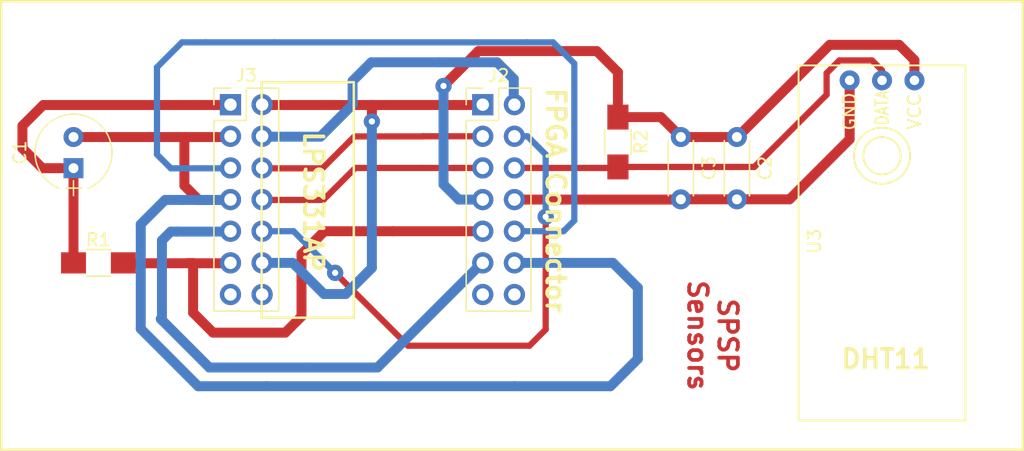
<source format=kicad_pcb>
(kicad_pcb (version 4) (host pcbnew 4.0.7-e2-6376~58~ubuntu14.04.1)

  (general
    (links 25)
    (no_connects 2)
    (area 118.899999 72.649999 201.100001 108.850001)
    (thickness 1.6)
    (drawings 12)
    (tracks 138)
    (zones 0)
    (modules 8)
    (nets 17)
  )

  (page User 140.005 101.6)
  (title_block
    (title "Sensors board")
    (date 2018-01-29)
    (rev v1.2)
    (company "Łukasz Hejnak")
    (comment 1 "Pressure/temperature, humidity and PM10 sensor board")
  )

  (layers
    (0 F.Cu signal)
    (31 B.Cu signal)
    (32 B.Adhes user)
    (33 F.Adhes user)
    (34 B.Paste user)
    (35 F.Paste user)
    (36 B.SilkS user)
    (37 F.SilkS user)
    (38 B.Mask user)
    (39 F.Mask user)
    (40 Dwgs.User user)
    (41 Cmts.User user)
    (42 Eco1.User user)
    (43 Eco2.User user)
    (44 Edge.Cuts user)
    (45 Margin user)
    (46 B.CrtYd user)
    (47 F.CrtYd user)
    (48 B.Fab user)
    (49 F.Fab user)
  )

  (setup
    (last_trace_width 0.8)
    (trace_clearance 0.2)
    (zone_clearance 0.508)
    (zone_45_only no)
    (trace_min 0.4)
    (segment_width 0.2)
    (edge_width 0.1)
    (via_size 1.3)
    (via_drill 0.5)
    (via_min_size 0.4)
    (via_min_drill 0.3)
    (uvia_size 0.15)
    (uvia_drill 0.1)
    (uvias_allowed no)
    (uvia_min_size 0.1)
    (uvia_min_drill 0.1)
    (pcb_text_width 0.3)
    (pcb_text_size 1.5 1.5)
    (mod_edge_width 0.15)
    (mod_text_size 1 1)
    (mod_text_width 0.15)
    (pad_size 1.5 1.5)
    (pad_drill 0.6)
    (pad_to_mask_clearance 0)
    (aux_axis_origin 0 0)
    (visible_elements FFFFFF7F)
    (pcbplotparams
      (layerselection 0x00030_80000001)
      (usegerberextensions false)
      (excludeedgelayer true)
      (linewidth 0.100000)
      (plotframeref false)
      (viasonmask false)
      (mode 1)
      (useauxorigin false)
      (hpglpennumber 1)
      (hpglpenspeed 20)
      (hpglpendiameter 15)
      (hpglpenoverlay 2)
      (psnegative false)
      (psa4output false)
      (plotreference true)
      (plotvalue true)
      (plotinvisibletext false)
      (padsonsilk false)
      (subtractmaskfromsilk false)
      (outputformat 1)
      (mirror false)
      (drillshape 1)
      (scaleselection 1)
      (outputdirectory ""))
  )

  (net 0 "")
  (net 1 "Net-(C1-Pad1)")
  (net 2 AGND)
  (net 3 /GP2Y-Vcc)
  (net 4 /GP2Y-V0)
  (net 5 /GP2Y-LED)
  (net 6 /LPS-SDO)
  (net 7 DGND)
  (net 8 /DHT-DATA)
  (net 9 /LPS-Vin)
  (net 10 /LPS-SDA)
  (net 11 /LPS-SCL)
  (net 12 /DHT-Vcc)
  (net 13 "Net-(J2-Pad13)")
  (net 14 "Net-(J2-Pad14)")
  (net 15 "Net-(J3-Pad13)")
  (net 16 "Net-(J3-Pad14)")

  (net_class Default "This is the default net class."
    (clearance 0.2)
    (trace_width 0.8)
    (via_dia 1.3)
    (via_drill 0.5)
    (uvia_dia 0.15)
    (uvia_drill 0.1)
    (add_net /DHT-Vcc)
    (add_net /GP2Y-V0)
    (add_net /GP2Y-Vcc)
    (add_net /LPS-Vin)
    (add_net AGND)
    (add_net DGND)
    (add_net "Net-(C1-Pad1)")
    (add_net "Net-(J2-Pad13)")
    (add_net "Net-(J2-Pad14)")
    (add_net "Net-(J3-Pad13)")
    (add_net "Net-(J3-Pad14)")
  )

  (net_class Digital ""
    (clearance 0.2)
    (trace_width 0.5)
    (via_dia 1.3)
    (via_drill 0.5)
    (uvia_dia 0.15)
    (uvia_drill 0.1)
    (add_net /DHT-DATA)
    (add_net /GP2Y-LED)
    (add_net /LPS-SCL)
    (add_net /LPS-SDA)
    (add_net /LPS-SDO)
  )

  (module Capacitors_THT:CP_Radial_Tantal_D6.0mm_P2.50mm (layer F.Cu) (tedit 597C781B) (tstamp 5A6CFD4E)
    (at 33.55 30.55 90)
    (descr "CP, Radial_Tantal series, Radial, pin pitch=2.50mm, , diameter=6.0mm, Tantal Electrolytic Capacitor, http://cdn-reichelt.de/documents/datenblatt/B300/TANTAL-TB-Serie%23.pdf")
    (tags "CP Radial_Tantal series Radial pin pitch 2.50mm  diameter 6.0mm Tantal Electrolytic Capacitor")
    (path /5A5DD67B/5A5E1772)
    (fp_text reference C1 (at 1.25 -4.31 90) (layer F.SilkS)
      (effects (font (size 1 1) (thickness 0.15)))
    )
    (fp_text value 220uF (at 1.25 4.31 90) (layer F.Fab)
      (effects (font (size 1 1) (thickness 0.15)))
    )
    (fp_arc (start 1.25 0) (end -1.605819 -1.18) (angle 135.1) (layer F.SilkS) (width 0.12))
    (fp_arc (start 1.25 0) (end -1.605819 1.18) (angle -135.1) (layer F.SilkS) (width 0.12))
    (fp_arc (start 1.25 0) (end 4.105819 -1.18) (angle 44.9) (layer F.SilkS) (width 0.12))
    (fp_circle (center 1.25 0) (end 4.25 0) (layer F.Fab) (width 0.1))
    (fp_line (start -2.2 0) (end -1 0) (layer F.Fab) (width 0.1))
    (fp_line (start -1.6 -0.65) (end -1.6 0.65) (layer F.Fab) (width 0.1))
    (fp_line (start -2.2 0) (end -1 0) (layer F.SilkS) (width 0.12))
    (fp_line (start -1.6 -0.65) (end -1.6 0.65) (layer F.SilkS) (width 0.12))
    (fp_line (start -2.1 -3.35) (end -2.1 3.35) (layer F.CrtYd) (width 0.05))
    (fp_line (start -2.1 3.35) (end 4.6 3.35) (layer F.CrtYd) (width 0.05))
    (fp_line (start 4.6 3.35) (end 4.6 -3.35) (layer F.CrtYd) (width 0.05))
    (fp_line (start 4.6 -3.35) (end -2.1 -3.35) (layer F.CrtYd) (width 0.05))
    (fp_text user %R (at 1.25 0 90) (layer F.Fab)
      (effects (font (size 1 1) (thickness 0.15)))
    )
    (pad 1 thru_hole rect (at 0 0 90) (size 1.6 1.6) (drill 0.8) (layers *.Cu *.Mask)
      (net 1 "Net-(C1-Pad1)"))
    (pad 2 thru_hole circle (at 2.5 0 90) (size 1.6 1.6) (drill 0.8) (layers *.Cu *.Mask)
      (net 2 AGND))
    (model ${KISYS3DMOD}/Capacitors_THT.3dshapes/CP_Radial_Tantal_D6.0mm_P2.50mm.wrl
      (at (xyz 0 0 0))
      (scale (xyz 1 1 1))
      (rotate (xyz 0 0 0))
    )
  )

  (module Pin_Headers:Pin_Header_Straight_2x07_Pitch2.54mm (layer F.Cu) (tedit 59650532) (tstamp 5A6CFE00)
    (at 66.4 25.45)
    (descr "Through hole straight pin header, 2x07, 2.54mm pitch, double rows")
    (tags "Through hole pin header THT 2x07 2.54mm double row")
    (path /5A5DD67B/5A5E1AE0)
    (fp_text reference J2 (at 1.27 -2.33) (layer F.SilkS)
      (effects (font (size 1 1) (thickness 0.15)))
    )
    (fp_text value Conn_02x07_Odd_Even (at 1.27 17.57) (layer F.Fab)
      (effects (font (size 1 1) (thickness 0.15)))
    )
    (fp_line (start 0 -1.27) (end 3.81 -1.27) (layer F.Fab) (width 0.1))
    (fp_line (start 3.81 -1.27) (end 3.81 16.51) (layer F.Fab) (width 0.1))
    (fp_line (start 3.81 16.51) (end -1.27 16.51) (layer F.Fab) (width 0.1))
    (fp_line (start -1.27 16.51) (end -1.27 0) (layer F.Fab) (width 0.1))
    (fp_line (start -1.27 0) (end 0 -1.27) (layer F.Fab) (width 0.1))
    (fp_line (start -1.33 16.57) (end 3.87 16.57) (layer F.SilkS) (width 0.12))
    (fp_line (start -1.33 1.27) (end -1.33 16.57) (layer F.SilkS) (width 0.12))
    (fp_line (start 3.87 -1.33) (end 3.87 16.57) (layer F.SilkS) (width 0.12))
    (fp_line (start -1.33 1.27) (end 1.27 1.27) (layer F.SilkS) (width 0.12))
    (fp_line (start 1.27 1.27) (end 1.27 -1.33) (layer F.SilkS) (width 0.12))
    (fp_line (start 1.27 -1.33) (end 3.87 -1.33) (layer F.SilkS) (width 0.12))
    (fp_line (start -1.33 0) (end -1.33 -1.33) (layer F.SilkS) (width 0.12))
    (fp_line (start -1.33 -1.33) (end 0 -1.33) (layer F.SilkS) (width 0.12))
    (fp_line (start -1.8 -1.8) (end -1.8 17.05) (layer F.CrtYd) (width 0.05))
    (fp_line (start -1.8 17.05) (end 4.35 17.05) (layer F.CrtYd) (width 0.05))
    (fp_line (start 4.35 17.05) (end 4.35 -1.8) (layer F.CrtYd) (width 0.05))
    (fp_line (start 4.35 -1.8) (end -1.8 -1.8) (layer F.CrtYd) (width 0.05))
    (fp_text user %R (at 1.27 7.62 90) (layer F.Fab)
      (effects (font (size 1 1) (thickness 0.15)))
    )
    (pad 1 thru_hole rect (at 0 0) (size 1.7 1.7) (drill 1) (layers *.Cu *.Mask)
      (net 9 /LPS-Vin))
    (pad 2 thru_hole oval (at 2.54 0) (size 1.7 1.7) (drill 1) (layers *.Cu *.Mask)
      (net 7 DGND))
    (pad 3 thru_hole oval (at 0 2.54) (size 1.7 1.7) (drill 1) (layers *.Cu *.Mask)
      (net 10 /LPS-SDA))
    (pad 4 thru_hole oval (at 2.54 2.54) (size 1.7 1.7) (drill 1) (layers *.Cu *.Mask)
      (net 6 /LPS-SDO))
    (pad 5 thru_hole oval (at 0 5.08) (size 1.7 1.7) (drill 1) (layers *.Cu *.Mask)
      (net 11 /LPS-SCL))
    (pad 6 thru_hole oval (at 2.54 5.08) (size 1.7 1.7) (drill 1) (layers *.Cu *.Mask)
      (net 8 /DHT-DATA))
    (pad 7 thru_hole oval (at 0 7.62) (size 1.7 1.7) (drill 1) (layers *.Cu *.Mask)
      (net 12 /DHT-Vcc))
    (pad 8 thru_hole oval (at 2.54 7.62) (size 1.7 1.7) (drill 1) (layers *.Cu *.Mask)
      (net 7 DGND))
    (pad 9 thru_hole oval (at 0 10.16) (size 1.7 1.7) (drill 1) (layers *.Cu *.Mask)
      (net 3 /GP2Y-Vcc))
    (pad 10 thru_hole oval (at 2.54 10.16) (size 1.7 1.7) (drill 1) (layers *.Cu *.Mask)
      (net 5 /GP2Y-LED))
    (pad 11 thru_hole oval (at 0 12.7) (size 1.7 1.7) (drill 1) (layers *.Cu *.Mask)
      (net 4 /GP2Y-V0))
    (pad 12 thru_hole oval (at 2.54 12.7) (size 1.7 1.7) (drill 1) (layers *.Cu *.Mask)
      (net 2 AGND))
    (pad 13 thru_hole oval (at 0 15.24) (size 1.7 1.7) (drill 1) (layers *.Cu *.Mask)
      (net 13 "Net-(J2-Pad13)"))
    (pad 14 thru_hole oval (at 2.54 15.24) (size 1.7 1.7) (drill 1) (layers *.Cu *.Mask)
      (net 14 "Net-(J2-Pad14)"))
    (model ${KISYS3DMOD}/Pin_Headers.3dshapes/Pin_Header_Straight_2x07_Pitch2.54mm.wrl
      (at (xyz 0 0 0))
      (scale (xyz 1 1 1))
      (rotate (xyz 0 0 0))
    )
  )

  (module Pin_Headers:Pin_Header_Straight_2x07_Pitch2.54mm (layer F.Cu) (tedit 59650532) (tstamp 5A6CFE12)
    (at 46.15 25.45)
    (descr "Through hole straight pin header, 2x07, 2.54mm pitch, double rows")
    (tags "Through hole pin header THT 2x07 2.54mm double row")
    (path /5A5DD67B/5A6E0A78)
    (fp_text reference J3 (at 1.27 -2.33) (layer F.SilkS)
      (effects (font (size 1 1) (thickness 0.15)))
    )
    (fp_text value Conn_02x07_Odd_Even (at 1.27 17.57) (layer F.Fab)
      (effects (font (size 1 1) (thickness 0.15)))
    )
    (fp_line (start 0 -1.27) (end 3.81 -1.27) (layer F.Fab) (width 0.1))
    (fp_line (start 3.81 -1.27) (end 3.81 16.51) (layer F.Fab) (width 0.1))
    (fp_line (start 3.81 16.51) (end -1.27 16.51) (layer F.Fab) (width 0.1))
    (fp_line (start -1.27 16.51) (end -1.27 0) (layer F.Fab) (width 0.1))
    (fp_line (start -1.27 0) (end 0 -1.27) (layer F.Fab) (width 0.1))
    (fp_line (start -1.33 16.57) (end 3.87 16.57) (layer F.SilkS) (width 0.12))
    (fp_line (start -1.33 1.27) (end -1.33 16.57) (layer F.SilkS) (width 0.12))
    (fp_line (start 3.87 -1.33) (end 3.87 16.57) (layer F.SilkS) (width 0.12))
    (fp_line (start -1.33 1.27) (end 1.27 1.27) (layer F.SilkS) (width 0.12))
    (fp_line (start 1.27 1.27) (end 1.27 -1.33) (layer F.SilkS) (width 0.12))
    (fp_line (start 1.27 -1.33) (end 3.87 -1.33) (layer F.SilkS) (width 0.12))
    (fp_line (start -1.33 0) (end -1.33 -1.33) (layer F.SilkS) (width 0.12))
    (fp_line (start -1.33 -1.33) (end 0 -1.33) (layer F.SilkS) (width 0.12))
    (fp_line (start -1.8 -1.8) (end -1.8 17.05) (layer F.CrtYd) (width 0.05))
    (fp_line (start -1.8 17.05) (end 4.35 17.05) (layer F.CrtYd) (width 0.05))
    (fp_line (start 4.35 17.05) (end 4.35 -1.8) (layer F.CrtYd) (width 0.05))
    (fp_line (start 4.35 -1.8) (end -1.8 -1.8) (layer F.CrtYd) (width 0.05))
    (fp_text user %R (at 1.27 7.62 90) (layer F.Fab)
      (effects (font (size 1 1) (thickness 0.15)))
    )
    (pad 1 thru_hole rect (at 0 0) (size 1.7 1.7) (drill 1) (layers *.Cu *.Mask)
      (net 1 "Net-(C1-Pad1)"))
    (pad 2 thru_hole oval (at 2.54 0) (size 1.7 1.7) (drill 1) (layers *.Cu *.Mask)
      (net 9 /LPS-Vin))
    (pad 3 thru_hole oval (at 0 2.54) (size 1.7 1.7) (drill 1) (layers *.Cu *.Mask)
      (net 2 AGND))
    (pad 4 thru_hole oval (at 2.54 2.54) (size 1.7 1.7) (drill 1) (layers *.Cu *.Mask)
      (net 7 DGND))
    (pad 5 thru_hole oval (at 0 5.08) (size 1.7 1.7) (drill 1) (layers *.Cu *.Mask)
      (net 5 /GP2Y-LED))
    (pad 6 thru_hole oval (at 2.54 5.08) (size 1.7 1.7) (drill 1) (layers *.Cu *.Mask)
      (net 10 /LPS-SDA))
    (pad 7 thru_hole oval (at 0 7.62) (size 1.7 1.7) (drill 1) (layers *.Cu *.Mask)
      (net 2 AGND))
    (pad 8 thru_hole oval (at 2.54 7.62) (size 1.7 1.7) (drill 1) (layers *.Cu *.Mask)
      (net 11 /LPS-SCL))
    (pad 9 thru_hole oval (at 0 10.16) (size 1.7 1.7) (drill 1) (layers *.Cu *.Mask)
      (net 4 /GP2Y-V0))
    (pad 10 thru_hole oval (at 2.54 10.16) (size 1.7 1.7) (drill 1) (layers *.Cu *.Mask)
      (net 6 /LPS-SDO))
    (pad 11 thru_hole oval (at 0 12.7) (size 1.7 1.7) (drill 1) (layers *.Cu *.Mask)
      (net 3 /GP2Y-Vcc))
    (pad 12 thru_hole oval (at 2.54 12.7) (size 1.7 1.7) (drill 1) (layers *.Cu *.Mask)
      (net 9 /LPS-Vin))
    (pad 13 thru_hole oval (at 0 15.24) (size 1.7 1.7) (drill 1) (layers *.Cu *.Mask)
      (net 15 "Net-(J3-Pad13)"))
    (pad 14 thru_hole oval (at 2.54 15.24) (size 1.7 1.7) (drill 1) (layers *.Cu *.Mask)
      (net 16 "Net-(J3-Pad14)"))
    (model ${KISYS3DMOD}/Pin_Headers.3dshapes/Pin_Header_Straight_2x07_Pitch2.54mm.wrl
      (at (xyz 0 0 0))
      (scale (xyz 1 1 1))
      (rotate (xyz 0 0 0))
    )
  )

  (module Resistors_SMD:R_1206_HandSoldering (layer F.Cu) (tedit 58E0A804) (tstamp 5A6CFE2C)
    (at 35.55 38.15)
    (descr "Resistor SMD 1206, hand soldering")
    (tags "resistor 1206")
    (path /5A5DD67B/5A5E1818)
    (attr smd)
    (fp_text reference R1 (at 0 -1.85) (layer F.SilkS)
      (effects (font (size 1 1) (thickness 0.15)))
    )
    (fp_text value 150 (at 0 1.9) (layer F.Fab)
      (effects (font (size 1 1) (thickness 0.15)))
    )
    (fp_text user %R (at 0 0) (layer F.Fab)
      (effects (font (size 0.7 0.7) (thickness 0.105)))
    )
    (fp_line (start -1.6 0.8) (end -1.6 -0.8) (layer F.Fab) (width 0.1))
    (fp_line (start 1.6 0.8) (end -1.6 0.8) (layer F.Fab) (width 0.1))
    (fp_line (start 1.6 -0.8) (end 1.6 0.8) (layer F.Fab) (width 0.1))
    (fp_line (start -1.6 -0.8) (end 1.6 -0.8) (layer F.Fab) (width 0.1))
    (fp_line (start 1 1.07) (end -1 1.07) (layer F.SilkS) (width 0.12))
    (fp_line (start -1 -1.07) (end 1 -1.07) (layer F.SilkS) (width 0.12))
    (fp_line (start -3.25 -1.11) (end 3.25 -1.11) (layer F.CrtYd) (width 0.05))
    (fp_line (start -3.25 -1.11) (end -3.25 1.1) (layer F.CrtYd) (width 0.05))
    (fp_line (start 3.25 1.1) (end 3.25 -1.11) (layer F.CrtYd) (width 0.05))
    (fp_line (start 3.25 1.1) (end -3.25 1.1) (layer F.CrtYd) (width 0.05))
    (pad 1 smd rect (at -2 0) (size 2 1.7) (layers F.Cu F.Paste F.Mask)
      (net 1 "Net-(C1-Pad1)"))
    (pad 2 smd rect (at 2 0) (size 2 1.7) (layers F.Cu F.Paste F.Mask)
      (net 3 /GP2Y-Vcc))
    (model ${KISYS3DMOD}/Resistors_SMD.3dshapes/R_1206.wrl
      (at (xyz 0 0 0))
      (scale (xyz 1 1 1))
      (rotate (xyz 0 0 0))
    )
  )

  (module Resistors_SMD:R_1206_HandSoldering (layer F.Cu) (tedit 58E0A804) (tstamp 5A6CFE32)
    (at 77.25 28.45 270)
    (descr "Resistor SMD 1206, hand soldering")
    (tags "resistor 1206")
    (path /5A5DD67B/5A5ED4D5)
    (attr smd)
    (fp_text reference R2 (at 0 -1.85 270) (layer F.SilkS)
      (effects (font (size 1 1) (thickness 0.15)))
    )
    (fp_text value 5k (at 0 1.9 270) (layer F.Fab)
      (effects (font (size 1 1) (thickness 0.15)))
    )
    (fp_text user %R (at 0 0 270) (layer F.Fab)
      (effects (font (size 0.7 0.7) (thickness 0.105)))
    )
    (fp_line (start -1.6 0.8) (end -1.6 -0.8) (layer F.Fab) (width 0.1))
    (fp_line (start 1.6 0.8) (end -1.6 0.8) (layer F.Fab) (width 0.1))
    (fp_line (start 1.6 -0.8) (end 1.6 0.8) (layer F.Fab) (width 0.1))
    (fp_line (start -1.6 -0.8) (end 1.6 -0.8) (layer F.Fab) (width 0.1))
    (fp_line (start 1 1.07) (end -1 1.07) (layer F.SilkS) (width 0.12))
    (fp_line (start -1 -1.07) (end 1 -1.07) (layer F.SilkS) (width 0.12))
    (fp_line (start -3.25 -1.11) (end 3.25 -1.11) (layer F.CrtYd) (width 0.05))
    (fp_line (start -3.25 -1.11) (end -3.25 1.1) (layer F.CrtYd) (width 0.05))
    (fp_line (start 3.25 1.1) (end 3.25 -1.11) (layer F.CrtYd) (width 0.05))
    (fp_line (start 3.25 1.1) (end -3.25 1.1) (layer F.CrtYd) (width 0.05))
    (pad 1 smd rect (at -2 0 270) (size 2 1.7) (layers F.Cu F.Paste F.Mask)
      (net 12 /DHT-Vcc))
    (pad 2 smd rect (at 2 0 270) (size 2 1.7) (layers F.Cu F.Paste F.Mask)
      (net 8 /DHT-DATA))
    (model ${KISYS3DMOD}/Resistors_SMD.3dshapes/R_1206.wrl
      (at (xyz 0 0 0))
      (scale (xyz 1 1 1))
      (rotate (xyz 0 0 0))
    )
  )

  (module footprints:DHT11 (layer F.Cu) (tedit 5942BFF9) (tstamp 5A6E4366)
    (at 105.15 22.3 270)
    (path /5A5DD67B/5A5ED0B8)
    (fp_text reference U3 (at 14.11 12.12 270) (layer F.SilkS)
      (effects (font (size 1 1) (thickness 0.15)))
    )
    (fp_text value DHT11 (at 14.05 9.83 270) (layer F.Fab)
      (effects (font (size 1 1) (thickness 0.15)))
    )
    (fp_circle (center 7.25 6.7) (end 5.75 6.7) (layer F.SilkS) (width 0.15))
    (fp_circle (center 7.25 6.7) (end 5 6.7) (layer F.SilkS) (width 0.15))
    (fp_text user GND (at 3.7 9.3 270) (layer F.SilkS)
      (effects (font (size 1 1) (thickness 0.15)))
    )
    (fp_text user DATA (at 3.4 6.7 270) (layer F.SilkS)
      (effects (font (size 1 0.8) (thickness 0.15)))
    )
    (fp_text user VCC (at 3.7 4.1 270) (layer F.SilkS)
      (effects (font (size 1 1) (thickness 0.15)))
    )
    (fp_line (start 0 0) (end 28.5 0) (layer F.SilkS) (width 0.15))
    (fp_line (start 28.5 0) (end 28.5 13.4) (layer F.SilkS) (width 0.15))
    (fp_line (start 28.5 13.4) (end 0 13.4) (layer F.SilkS) (width 0.15))
    (fp_line (start 0 13.4) (end 0 0) (layer F.SilkS) (width 0.15))
    (pad 1 thru_hole circle (at 1.2 4.1 270) (size 1.6 1.6) (drill 0.762) (layers *.Cu *.Mask)
      (net 12 /DHT-Vcc))
    (pad 2 thru_hole circle (at 1.2 6.7 270) (size 1.6 1.6) (drill 0.762) (layers *.Cu *.Mask)
      (net 8 /DHT-DATA))
    (pad 3 thru_hole circle (at 1.2 9.3 270) (size 1.6 1.6) (drill 0.762) (layers *.Cu *.Mask)
      (net 7 DGND))
  )

  (module Capacitors_THT:C_Disc_D4.3mm_W1.9mm_P5.00mm (layer F.Cu) (tedit 597BC7C2) (tstamp 5A6E47EF)
    (at 86.8 28.05 270)
    (descr "C, Disc series, Radial, pin pitch=5.00mm, , diameter*width=4.3*1.9mm^2, Capacitor, http://www.vishay.com/docs/45233/krseries.pdf")
    (tags "C Disc series Radial pin pitch 5.00mm  diameter 4.3mm width 1.9mm Capacitor")
    (path /5A5DD67B/5A6E3AB1)
    (fp_text reference C2 (at 2.5 -2.26 270) (layer F.SilkS)
      (effects (font (size 1 1) (thickness 0.15)))
    )
    (fp_text value 50nF (at 2.5 2.26 270) (layer F.Fab)
      (effects (font (size 1 1) (thickness 0.15)))
    )
    (fp_line (start 0.35 -0.95) (end 0.35 0.95) (layer F.Fab) (width 0.1))
    (fp_line (start 0.35 0.95) (end 4.65 0.95) (layer F.Fab) (width 0.1))
    (fp_line (start 4.65 0.95) (end 4.65 -0.95) (layer F.Fab) (width 0.1))
    (fp_line (start 4.65 -0.95) (end 0.35 -0.95) (layer F.Fab) (width 0.1))
    (fp_line (start 0.29 -1.01) (end 4.71 -1.01) (layer F.SilkS) (width 0.12))
    (fp_line (start 0.29 1.01) (end 4.71 1.01) (layer F.SilkS) (width 0.12))
    (fp_line (start 0.29 -1.01) (end 0.29 -0.996) (layer F.SilkS) (width 0.12))
    (fp_line (start 0.29 0.996) (end 0.29 1.01) (layer F.SilkS) (width 0.12))
    (fp_line (start 4.71 -1.01) (end 4.71 -0.996) (layer F.SilkS) (width 0.12))
    (fp_line (start 4.71 0.996) (end 4.71 1.01) (layer F.SilkS) (width 0.12))
    (fp_line (start -1.05 -1.3) (end -1.05 1.3) (layer F.CrtYd) (width 0.05))
    (fp_line (start -1.05 1.3) (end 6.05 1.3) (layer F.CrtYd) (width 0.05))
    (fp_line (start 6.05 1.3) (end 6.05 -1.3) (layer F.CrtYd) (width 0.05))
    (fp_line (start 6.05 -1.3) (end -1.05 -1.3) (layer F.CrtYd) (width 0.05))
    (fp_text user %R (at 2.5 0 270) (layer F.Fab)
      (effects (font (size 1 1) (thickness 0.15)))
    )
    (pad 1 thru_hole circle (at 0 0 270) (size 1.6 1.6) (drill 0.8) (layers *.Cu *.Mask)
      (net 12 /DHT-Vcc))
    (pad 2 thru_hole circle (at 5 0 270) (size 1.6 1.6) (drill 0.8) (layers *.Cu *.Mask)
      (net 7 DGND))
    (model ${KISYS3DMOD}/Capacitors_THT.3dshapes/C_Disc_D4.3mm_W1.9mm_P5.00mm.wrl
      (at (xyz 0 0 0))
      (scale (xyz 1 1 1))
      (rotate (xyz 0 0 0))
    )
  )

  (module Capacitors_THT:C_Disc_D4.3mm_W1.9mm_P5.00mm (layer F.Cu) (tedit 597BC7C2) (tstamp 5A6E4804)
    (at 82.3 28.05 270)
    (descr "C, Disc series, Radial, pin pitch=5.00mm, , diameter*width=4.3*1.9mm^2, Capacitor, http://www.vishay.com/docs/45233/krseries.pdf")
    (tags "C Disc series Radial pin pitch 5.00mm  diameter 4.3mm width 1.9mm Capacitor")
    (path /5A5DD67B/5A6E3F3B)
    (fp_text reference C3 (at 2.5 -2.26 270) (layer F.SilkS)
      (effects (font (size 1 1) (thickness 0.15)))
    )
    (fp_text value 50nF (at 2.5 2.26 270) (layer F.Fab)
      (effects (font (size 1 1) (thickness 0.15)))
    )
    (fp_line (start 0.35 -0.95) (end 0.35 0.95) (layer F.Fab) (width 0.1))
    (fp_line (start 0.35 0.95) (end 4.65 0.95) (layer F.Fab) (width 0.1))
    (fp_line (start 4.65 0.95) (end 4.65 -0.95) (layer F.Fab) (width 0.1))
    (fp_line (start 4.65 -0.95) (end 0.35 -0.95) (layer F.Fab) (width 0.1))
    (fp_line (start 0.29 -1.01) (end 4.71 -1.01) (layer F.SilkS) (width 0.12))
    (fp_line (start 0.29 1.01) (end 4.71 1.01) (layer F.SilkS) (width 0.12))
    (fp_line (start 0.29 -1.01) (end 0.29 -0.996) (layer F.SilkS) (width 0.12))
    (fp_line (start 0.29 0.996) (end 0.29 1.01) (layer F.SilkS) (width 0.12))
    (fp_line (start 4.71 -1.01) (end 4.71 -0.996) (layer F.SilkS) (width 0.12))
    (fp_line (start 4.71 0.996) (end 4.71 1.01) (layer F.SilkS) (width 0.12))
    (fp_line (start -1.05 -1.3) (end -1.05 1.3) (layer F.CrtYd) (width 0.05))
    (fp_line (start -1.05 1.3) (end 6.05 1.3) (layer F.CrtYd) (width 0.05))
    (fp_line (start 6.05 1.3) (end 6.05 -1.3) (layer F.CrtYd) (width 0.05))
    (fp_line (start 6.05 -1.3) (end -1.05 -1.3) (layer F.CrtYd) (width 0.05))
    (fp_text user %R (at 2.5 0 270) (layer F.Fab)
      (effects (font (size 1 1) (thickness 0.15)))
    )
    (pad 1 thru_hole circle (at 0 0 270) (size 1.6 1.6) (drill 0.8) (layers *.Cu *.Mask)
      (net 12 /DHT-Vcc))
    (pad 2 thru_hole circle (at 5 0 270) (size 1.6 1.6) (drill 0.8) (layers *.Cu *.Mask)
      (net 7 DGND))
    (model ${KISYS3DMOD}/Capacitors_THT.3dshapes/C_Disc_D4.3mm_W1.9mm_P5.00mm.wrl
      (at (xyz 0 0 0))
      (scale (xyz 1 1 1))
      (rotate (xyz 0 0 0))
    )
  )

  (gr_text "SPSP\nSensors" (at 84.85 43.975 270) (layer F.Cu)
    (effects (font (size 1.5 1.5) (thickness 0.3)))
  )
  (gr_text "FPGA Connector" (at 72.25 33.15 270) (layer F.SilkS)
    (effects (font (size 1.5 1.5) (thickness 0.3)))
  )
  (gr_text DHT11 (at 98.75 45.875) (layer F.SilkS)
    (effects (font (size 1.5 1.5) (thickness 0.3)))
  )
  (gr_text LPS331AP (at 52.8 33.25 270) (layer F.SilkS)
    (effects (font (size 1.5 1.5) (thickness 0.3)))
  )
  (gr_line (start 56.05 23.65) (end 48.65 23.65) (angle 90) (layer F.SilkS) (width 0.2))
  (gr_line (start 56.05 42.55) (end 56.05 23.65) (angle 90) (layer F.SilkS) (width 0.2))
  (gr_line (start 48.65 42.55) (end 56.05 42.55) (angle 90) (layer F.SilkS) (width 0.2))
  (gr_line (start 48.65 23.65) (end 48.65 42.55) (angle 90) (layer F.SilkS) (width 0.2))
  (gr_line (start 27.75 17.15) (end 109.75 17.15) (angle 90) (layer F.SilkS) (width 0.2))
  (gr_line (start 109.75 53.15) (end 109.75 17.15) (angle 90) (layer F.SilkS) (width 0.2))
  (gr_line (start 27.75 53.15) (end 109.75 53.15) (angle 90) (layer F.SilkS) (width 0.2))
  (gr_line (start 27.75 17.15) (end 27.75 53.15) (angle 90) (layer F.SilkS) (width 0.2))

  (segment (start 31.05 30.55) (end 29.45 28.95) (width 0.8) (layer F.Cu) (net 1) (tstamp 5A6DC232))
  (segment (start 29.45 28.95) (end 29.45 27.15) (width 0.8) (layer F.Cu) (net 1) (tstamp 5A6DC237))
  (segment (start 29.45 27.15) (end 31.12 25.48) (width 0.8) (layer F.Cu) (net 1) (tstamp 5A6DC239))
  (segment (start 31.05 30.55) (end 33.55 30.55) (width 0.8) (layer F.Cu) (net 1))
  (segment (start 33.55 30.55) (end 33.55 38.15) (width 0.8) (layer F.Cu) (net 1))
  (segment (start 31.12 25.48) (end 43.534 25.48) (width 0.8) (layer F.Cu) (net 1) (tstamp 5A6DC23D))
  (segment (start 46.034 25.48) (end 43.534 25.48) (width 0.8) (layer F.Cu) (net 1))
  (segment (start 39.75 28.05) (end 42.45 28.05) (width 0.8) (layer F.Cu) (net 2))
  (segment (start 42.45 31.95) (end 42.45 28.05) (width 0.8) (layer F.Cu) (net 2) (tstamp 5A6DC283))
  (segment (start 33.55 28.05) (end 39.75 28.05) (width 0.8) (layer F.Cu) (net 2))
  (segment (start 39.75 28.05) (end 39.95 28.05) (width 0.8) (layer F.Cu) (net 2) (tstamp 5A6DC8AC))
  (segment (start 43.6 33.1) (end 42.45 31.95) (width 0.8) (layer F.Cu) (net 2) (tstamp 5A6DC270))
  (segment (start 42.45 28.05) (end 46.004 28.05) (width 0.8) (layer F.Cu) (net 2) (tstamp 5A6DC286))
  (segment (start 46.004 28.05) (end 46.034 28.02) (width 0.8) (layer F.Cu) (net 2) (tstamp 5A6DC22F))
  (segment (start 46.034 33.1) (end 43.6 33.1) (width 0.8) (layer F.Cu) (net 2))
  (segment (start 38.95 43.45) (end 38.95 35.05) (width 0.8) (layer B.Cu) (net 2))
  (segment (start 38.95 43.45) (end 43.55 48.05) (width 0.8) (layer B.Cu) (net 2) (tstamp 5A6DC328))
  (segment (start 42.2 33.1) (end 46.034 33.1) (width 0.8) (layer B.Cu) (net 2))
  (segment (start 43.55 48.05) (end 49.05 48.05) (width 0.8) (layer B.Cu) (net 2))
  (segment (start 40.9 33.1) (end 42.2 33.1) (width 0.8) (layer B.Cu) (net 2) (tstamp 5A6DC8A9))
  (segment (start 38.95 35.05) (end 40.9 33.1) (width 0.8) (layer B.Cu) (net 2) (tstamp 5A6DC8A8))
  (segment (start 49.05 48.05) (end 68.95 48.05) (width 0.8) (layer B.Cu) (net 2) (tstamp 5A6DC32B))
  (segment (start 68.95 48.05) (end 76.65 48.05) (width 0.8) (layer B.Cu) (net 2))
  (segment (start 68.89 38.15) (end 70.85 38.15) (width 0.8) (layer B.Cu) (net 2) (tstamp 5A6DC335))
  (segment (start 76.85 38.15) (end 70.85 38.15) (width 0.8) (layer B.Cu) (net 2) (tstamp 5A6DC539))
  (segment (start 78.85 40.15) (end 76.85 38.15) (width 0.8) (layer B.Cu) (net 2) (tstamp 5A6DC537))
  (segment (start 78.85 45.85) (end 78.85 40.15) (width 0.8) (layer B.Cu) (net 2) (tstamp 5A6DC535))
  (segment (start 76.65 48.05) (end 78.85 45.85) (width 0.8) (layer B.Cu) (net 2) (tstamp 5A6DC532))
  (segment (start 40.25 38.18) (end 37.58 38.18) (width 0.8) (layer F.Cu) (net 3) (tstamp 5A6DC224))
  (segment (start 37.58 38.18) (end 37.55 38.15) (width 0.8) (layer F.Cu) (net 3) (tstamp 5A6DC205))
  (segment (start 43.15 38.18) (end 40.25 38.18) (width 0.8) (layer F.Cu) (net 3))
  (segment (start 43.15 38.18) (end 42.75 38.18) (width 0.8) (layer F.Cu) (net 3) (tstamp 5A6DC89D))
  (segment (start 43.15 38.18) (end 43.15 42.15) (width 0.8) (layer F.Cu) (net 3) (tstamp 5A6DC4F1))
  (segment (start 43.15 38.18) (end 42.75 38.18) (width 0.8) (layer F.Cu) (net 3) (tstamp 5A6DC4F4))
  (segment (start 44.75 43.75) (end 43.15 42.15) (width 0.8) (layer F.Cu) (net 3) (tstamp 5A6DC4F0))
  (segment (start 50.55 43.75) (end 44.75 43.75) (width 0.8) (layer F.Cu) (net 3) (tstamp 5A6DC4ED))
  (segment (start 51.85 42.45) (end 50.55 43.75) (width 0.8) (layer F.Cu) (net 3) (tstamp 5A6DC4EB))
  (segment (start 51.85 37.45) (end 51.85 42.45) (width 0.8) (layer F.Cu) (net 3) (tstamp 5A6DC4EA))
  (segment (start 53.69 35.61) (end 59.19 35.61) (width 0.8) (layer F.Cu) (net 3))
  (segment (start 53.69 35.61) (end 51.85 37.45) (width 0.8) (layer F.Cu) (net 3) (tstamp 5A6DC4E5))
  (segment (start 46.034 38.18) (end 43.15 38.18) (width 0.8) (layer F.Cu) (net 3))
  (segment (start 59.19 35.61) (end 66.35 35.61) (width 0.8) (layer F.Cu) (net 3))
  (segment (start 41.85 35.64) (end 41.36 35.64) (width 0.8) (layer B.Cu) (net 4))
  (segment (start 40.65 36.35) (end 40.65 42.75) (width 0.8) (layer B.Cu) (net 4) (tstamp 5A6DC8A3))
  (segment (start 41.36 35.64) (end 40.65 36.35) (width 0.8) (layer B.Cu) (net 4) (tstamp 5A6DC8A2))
  (segment (start 52.45 46.55) (end 57.95 46.55) (width 0.8) (layer B.Cu) (net 4))
  (segment (start 66.35 38.15) (end 57.95 46.55) (width 0.8) (layer B.Cu) (net 4) (tstamp 5A6DC319))
  (segment (start 44.45 46.55) (end 52.45 46.55) (width 0.8) (layer B.Cu) (net 4) (tstamp 5A6DC317))
  (segment (start 40.65 42.75) (end 44.45 46.55) (width 0.8) (layer B.Cu) (net 4) (tstamp 5A6DC8A6))
  (segment (start 40.55 42.65) (end 40.65 42.75) (width 0.8) (layer B.Cu) (net 4) (tstamp 5A6DC311))
  (segment (start 41.84 35.64) (end 41.85 35.64) (width 0.8) (layer B.Cu) (net 4))
  (segment (start 41.85 35.64) (end 46.034 35.64) (width 0.8) (layer B.Cu) (net 4) (tstamp 5A6DC8A0))
  (segment (start 46.034 30.56) (end 41.36 30.56) (width 0.5) (layer B.Cu) (net 5))
  (segment (start 40.25 22.45) (end 42.25 20.45) (width 0.5) (layer B.Cu) (net 5) (tstamp 5A6DC8C2))
  (segment (start 40.25 29.45) (end 40.25 22.45) (width 0.5) (layer B.Cu) (net 5) (tstamp 5A6DC8C0))
  (segment (start 41.36 30.56) (end 40.25 29.45) (width 0.5) (layer B.Cu) (net 5) (tstamp 5A6DC8BD))
  (segment (start 72.89 35.61) (end 68.89 35.61) (width 0.5) (layer B.Cu) (net 5))
  (segment (start 49.65 20.45) (end 69.95 20.45) (width 0.5) (layer B.Cu) (net 5) (tstamp 5A6DC2D8))
  (segment (start 72.05 20.45) (end 69.95 20.45) (width 0.5) (layer B.Cu) (net 5) (tstamp 5A6DC64C))
  (segment (start 73.75 22.15) (end 72.05 20.45) (width 0.5) (layer B.Cu) (net 5) (tstamp 5A6DC649))
  (segment (start 73.75 34.75) (end 73.75 22.15) (width 0.5) (layer B.Cu) (net 5) (tstamp 5A6DC644))
  (segment (start 72.89 35.61) (end 73.75 34.75) (width 0.5) (layer B.Cu) (net 5) (tstamp 5A6DC640))
  (segment (start 44.15 20.45) (end 49.65 20.45) (width 0.5) (layer B.Cu) (net 5))
  (segment (start 42.25 20.45) (end 44.15 20.45) (width 0.5) (layer B.Cu) (net 5) (tstamp 5A6DC8C4))
  (segment (start 68.94 27.99) (end 69.99 27.99) (width 0.5) (layer B.Cu) (net 6))
  (segment (start 51.21 35.61) (end 48.69 35.61) (width 0.5) (layer B.Cu) (net 6) (tstamp 5A6F1470))
  (segment (start 54.55 38.95) (end 51.21 35.61) (width 0.5) (layer B.Cu) (net 6) (tstamp 5A6F146F))
  (via (at 54.55 38.95) (size 1.3) (drill 0.5) (layers F.Cu B.Cu) (net 6))
  (segment (start 60.4 44.8) (end 54.55 38.95) (width 0.5) (layer F.Cu) (net 6) (tstamp 5A6F1469))
  (segment (start 70.15 44.8) (end 60.4 44.8) (width 0.5) (layer F.Cu) (net 6) (tstamp 5A6F145C))
  (segment (start 71.45 43.5) (end 70.15 44.8) (width 0.5) (layer F.Cu) (net 6) (tstamp 5A6F1456))
  (segment (start 71.45 34.45) (end 71.45 43.5) (width 0.5) (layer F.Cu) (net 6) (tstamp 5A6F1455))
  (via (at 71.45 34.45) (size 1.3) (drill 0.5) (layers F.Cu B.Cu) (net 6))
  (segment (start 71.45 29.45) (end 71.45 34.45) (width 0.5) (layer B.Cu) (net 6) (tstamp 5A6F144C))
  (segment (start 69.99 27.99) (end 71.45 29.45) (width 0.5) (layer B.Cu) (net 6) (tstamp 5A6F1448))
  (segment (start 48.584 35.65) (end 48.574 35.64) (width 0.5) (layer B.Cu) (net 6) (tstamp 5A6DC412))
  (segment (start 91.025 33.05) (end 95.85 28.225) (width 0.8) (layer F.Cu) (net 7) (tstamp 5A6E5B37))
  (segment (start 95.85 28.225) (end 95.85 23.5) (width 0.8) (layer F.Cu) (net 7) (tstamp 5A6E5B3D))
  (segment (start 68.94 33.07) (end 82.28 33.07) (width 0.8) (layer F.Cu) (net 7))
  (segment (start 82.28 33.07) (end 82.3 33.05) (width 0.8) (layer F.Cu) (net 7) (tstamp 5A6E5B35))
  (segment (start 82.3 33.05) (end 91.025 33.05) (width 0.8) (layer F.Cu) (net 7) (tstamp 5A6E5B36))
  (segment (start 82.28 33.07) (end 82.3 33.05) (width 0.8) (layer F.Cu) (net 7) (tstamp 5A6E4AFF))
  (segment (start 81.93 33.07) (end 81.95 33.05) (width 0.8) (layer F.Cu) (net 7) (tstamp 5A6E441A))
  (segment (start 62.95 22.05) (end 57.45 22.05) (width 0.8) (layer B.Cu) (net 7))
  (segment (start 53.38 28.02) (end 55.95 25.45) (width 0.8) (layer B.Cu) (net 7) (tstamp 5A6DC248))
  (segment (start 55.95 25.45) (end 55.95 23.55) (width 0.8) (layer B.Cu) (net 7) (tstamp 5A6DC24C))
  (segment (start 53.38 28.02) (end 48.574 28.02) (width 0.8) (layer B.Cu) (net 7))
  (segment (start 57.45 22.05) (end 55.95 23.55) (width 0.8) (layer B.Cu) (net 7) (tstamp 5A6DC7EB))
  (segment (start 62.95 22.05) (end 67.55 22.05) (width 0.8) (layer B.Cu) (net 7) (tstamp 5A6DC255))
  (segment (start 67.55 22.05) (end 68.89 23.39) (width 0.8) (layer B.Cu) (net 7) (tstamp 5A6DC258))
  (segment (start 68.89 25.45) (end 68.89 23.39) (width 0.8) (layer B.Cu) (net 7) (tstamp 5A6DC25D))
  (segment (start 98.45 22.7) (end 98.45 23.5) (width 0.5) (layer F.Cu) (net 8) (tstamp 5A6E5BA6))
  (segment (start 97.65 21.9) (end 98.45 22.7) (width 0.5) (layer F.Cu) (net 8) (tstamp 5A6E5BA3))
  (segment (start 95.025 21.9) (end 97.65 21.9) (width 0.5) (layer F.Cu) (net 8) (tstamp 5A6E5BA2))
  (segment (start 94 22.925) (end 95.025 21.9) (width 0.5) (layer F.Cu) (net 8) (tstamp 5A6E5BA1))
  (segment (start 94 24.65) (end 94 22.925) (width 0.5) (layer F.Cu) (net 8) (tstamp 5A6E5BA0))
  (segment (start 88.2 30.45) (end 94 24.65) (width 0.5) (layer F.Cu) (net 8) (tstamp 5A6E5B9B))
  (segment (start 77.25 30.45) (end 88.2 30.45) (width 0.5) (layer F.Cu) (net 8))
  (segment (start 77.17 30.53) (end 77.25 30.45) (width 0.5) (layer F.Cu) (net 8) (tstamp 5A6DC297))
  (segment (start 68.89 30.53) (end 77.17 30.53) (width 0.5) (layer F.Cu) (net 8))
  (segment (start 48.69 38.15) (end 51.15 38.15) (width 0.8) (layer B.Cu) (net 9))
  (segment (start 57.5 26.8) (end 57.5 25.48) (width 0.8) (layer F.Cu) (net 9) (tstamp 5A9345FD))
  (via (at 57.5 26.8) (size 1.3) (drill 0.5) (layers F.Cu B.Cu) (net 9))
  (segment (start 57.5 38.55) (end 57.5 26.8) (width 0.8) (layer B.Cu) (net 9) (tstamp 5A9345FA))
  (segment (start 55.4 40.65) (end 57.5 38.55) (width 0.8) (layer B.Cu) (net 9) (tstamp 5A9345F9))
  (segment (start 53.65 40.65) (end 55.4 40.65) (width 0.8) (layer B.Cu) (net 9) (tstamp 5A9345F8))
  (segment (start 51.15 38.15) (end 53.65 40.65) (width 0.8) (layer B.Cu) (net 9) (tstamp 5A9345F7))
  (segment (start 57.5 25.48) (end 57.5 25.85) (width 0.8) (layer F.Cu) (net 9) (tstamp 5A9345FE))
  (segment (start 57.5 25.85) (end 57.5 25.48) (width 0.8) (layer F.Cu) (net 9) (tstamp 5A934600))
  (segment (start 54.074 25.48) (end 57.5 25.48) (width 0.8) (layer F.Cu) (net 9))
  (segment (start 57.5 25.48) (end 66.32 25.48) (width 0.8) (layer F.Cu) (net 9) (tstamp 5A934601))
  (segment (start 66.32 25.48) (end 66.35 25.45) (width 0.8) (layer F.Cu) (net 9) (tstamp 5A6DC1EC))
  (segment (start 48.574 25.48) (end 54.074 25.48) (width 0.8) (layer F.Cu) (net 9))
  (segment (start 56.1 28) (end 61.6 28) (width 0.5) (layer F.Cu) (net 10))
  (segment (start 61.61 27.99) (end 66.35 27.99) (width 0.5) (layer F.Cu) (net 10) (tstamp 5A6DC1F7))
  (segment (start 61.6 28) (end 61.61 27.99) (width 0.5) (layer F.Cu) (net 10) (tstamp 5A6DC7F1))
  (segment (start 53.54 30.56) (end 56.1 28) (width 0.5) (layer F.Cu) (net 10) (tstamp 5A6DC1F5))
  (segment (start 56.1 28) (end 56.11 27.99) (width 0.5) (layer F.Cu) (net 10) (tstamp 5A6DC7EF))
  (segment (start 48.574 30.56) (end 53.54 30.56) (width 0.5) (layer F.Cu) (net 10))
  (segment (start 61.67 30.53) (end 56.17 30.53) (width 0.5) (layer F.Cu) (net 11))
  (segment (start 53.6 33.1) (end 56.17 30.53) (width 0.5) (layer F.Cu) (net 11) (tstamp 5A6DC1FB))
  (segment (start 66.35 30.53) (end 61.67 30.53) (width 0.5) (layer F.Cu) (net 11) (tstamp 5A6DC1FE))
  (segment (start 53.6 33.1) (end 48.574 33.1) (width 0.5) (layer F.Cu) (net 11))
  (segment (start 77.25 26.45) (end 80.7 26.45) (width 0.8) (layer F.Cu) (net 12))
  (segment (start 80.7 26.45) (end 82.3 28.05) (width 0.8) (layer F.Cu) (net 12) (tstamp 5A6E5B85))
  (segment (start 82.3 28.05) (end 86.85 28.05) (width 0.8) (layer F.Cu) (net 12) (tstamp 5A6E5B86))
  (segment (start 86.85 28.05) (end 94.25 20.65) (width 0.8) (layer F.Cu) (net 12) (tstamp 5A6E5B87))
  (segment (start 94.25 20.65) (end 99.825 20.65) (width 0.8) (layer F.Cu) (net 12) (tstamp 5A6E5B8F))
  (segment (start 99.825 20.65) (end 101.05 21.875) (width 0.8) (layer F.Cu) (net 12) (tstamp 5A6E5B93))
  (segment (start 101.05 21.875) (end 101.05 23.5) (width 0.8) (layer F.Cu) (net 12) (tstamp 5A6E5B95))
  (segment (start 66.35 33.07) (end 64.47 33.07) (width 0.8) (layer B.Cu) (net 12))
  (segment (start 77.25 22.85) (end 77.25 26.45) (width 0.8) (layer F.Cu) (net 12) (tstamp 5A6DC695))
  (segment (start 75.55 21.15) (end 77.25 22.85) (width 0.8) (layer F.Cu) (net 12) (tstamp 5A6DC68D))
  (segment (start 66.05 21.15) (end 75.55 21.15) (width 0.8) (layer F.Cu) (net 12) (tstamp 5A6DC686))
  (segment (start 63.25 23.95) (end 66.05 21.15) (width 0.8) (layer F.Cu) (net 12) (tstamp 5A6DC685))
  (via (at 63.25 23.95) (size 1.3) (drill 0.5) (layers F.Cu B.Cu) (net 12))
  (segment (start 63.25 31.85) (end 63.25 23.95) (width 0.8) (layer B.Cu) (net 12) (tstamp 5A6DC67B))
  (segment (start 64.47 33.07) (end 63.25 31.85) (width 0.8) (layer B.Cu) (net 12) (tstamp 5A6DC678))

)

</source>
